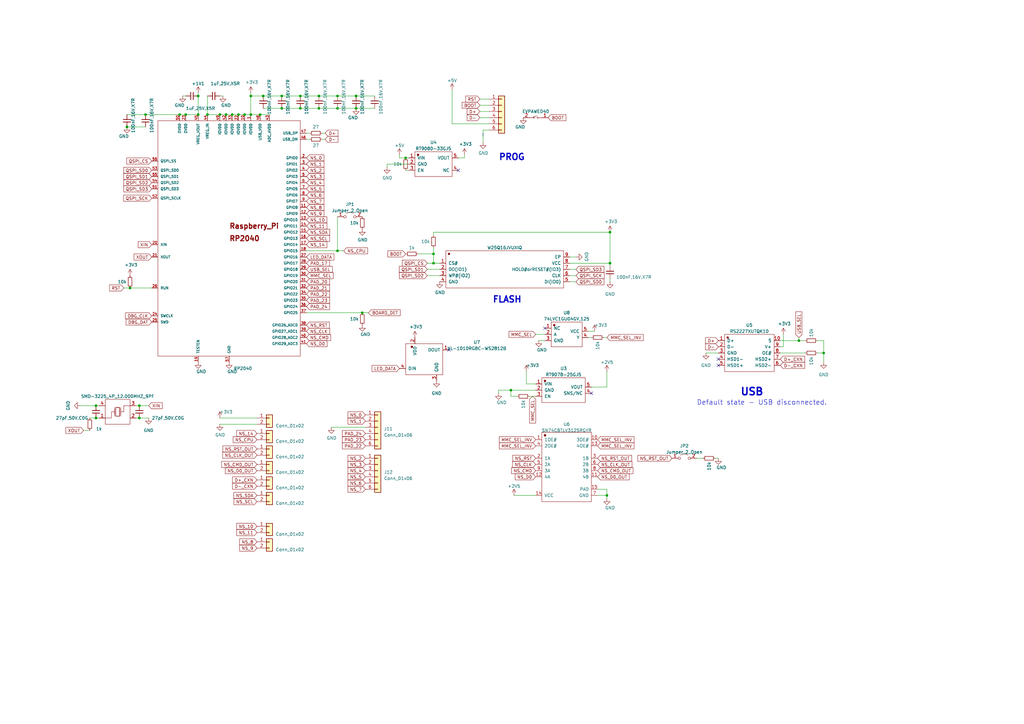
<source format=kicad_sch>
(kicad_sch (version 20230121) (generator eeschema)
  (paper "A3")
  (junction (at 107.95 39.37))
  (junction (at 130.81 39.37))
  (junction (at 57.15 166.37))
  (junction (at 138.43 44.45))
  (junction (at 327.66 139.7))
  (junction (at 106.68 46.99))
  (junction (at 166.37 64.77))
  (junction (at 76.2 46.99))
  (junction (at 59.69 46.99))
  (junction (at 337.82 144.78))
  (junction (at 52.07 52.07))
  (junction (at 115.57 39.37))
  (junction (at 123.19 39.37))
  (junction (at 39.37 166.37))
  (junction (at 250.19 107.95))
  (junction (at 102.87 46.99))
  (junction (at 90.17 46.99))
  (junction (at 138.43 102.87))
  (junction (at 81.28 46.99))
  (junction (at 57.15 171.45))
  (junction (at 115.57 44.45))
  (junction (at 81.28 39.37))
  (junction (at 92.71 46.99))
  (junction (at 138.43 39.37))
  (junction (at 97.79 46.99))
  (junction (at 250.19 95.25))
  (junction (at 73.66 46.99))
  (junction (at 209.55 160.02))
  (junction (at 53.34 118.11))
  (junction (at 146.05 44.45))
  (junction (at 148.59 128.27))
  (junction (at 177.8 104.14))
  (junction (at 85.09 46.99))
  (junction (at 123.19 44.45))
  (junction (at 177.8 107.95))
  (junction (at 130.81 44.45))
  (junction (at 39.37 171.45))
  (junction (at 102.87 39.37))
  (junction (at 248.92 203.2))
  (junction (at 100.33 46.99))
  (junction (at 95.25 46.99))
  (junction (at 146.05 39.37))
  (no_connect (at 294.64 149.86))
  (no_connect (at 242.57 161.29))
  (no_connect (at 187.96 69.85))
  (no_connect (at 184.15 143.51))
  (no_connect (at 294.64 147.32))
  (no_connect (at 223.52 134.62))
  (wire (pts (xy 85.09 46.99) (xy 90.17 46.99)))
  (wire (pts (xy 90.17 171.45) (xy 105.41 171.45)))
  (wire (pts (xy 200.66 48.26) (xy 196.85 48.26)))
  (wire (pts (xy 151.13 128.27) (xy 148.59 128.27)))
  (wire (pts (xy 245.11 200.66) (xy 248.92 200.66)))
  (wire (pts (xy 242.57 158.75) (xy 248.92 158.75)))
  (wire (pts (xy 107.95 39.37) (xy 115.57 39.37)))
  (wire (pts (xy 102.87 46.99) (xy 106.68 46.99)))
  (wire (pts (xy 60.96 166.37) (xy 57.15 166.37)))
  (wire (pts (xy 102.87 38.1) (xy 102.87 39.37)))
  (wire (pts (xy 209.55 160.02) (xy 204.47 160.02)))
  (wire (pts (xy 289.56 144.78) (xy 294.64 144.78)))
  (wire (pts (xy 59.69 46.99) (xy 73.66 46.99)))
  (wire (pts (xy 91.44 39.37) (xy 90.17 39.37)))
  (wire (pts (xy 50.8 118.11) (xy 53.34 118.11)))
  (wire (pts (xy 73.66 46.99) (xy 76.2 46.99)))
  (wire (pts (xy 97.79 46.99) (xy 100.33 46.99)))
  (wire (pts (xy 171.45 104.14) (xy 177.8 104.14)))
  (wire (pts (xy 177.8 95.25) (xy 250.19 95.25)))
  (wire (pts (xy 294.64 187.96) (xy 293.37 187.96)))
  (wire (pts (xy 166.37 69.85) (xy 167.64 69.85)))
  (wire (pts (xy 130.81 44.45) (xy 138.43 44.45)))
  (wire (pts (xy 90.17 46.99) (xy 92.71 46.99)))
  (wire (pts (xy 146.05 39.37) (xy 153.67 39.37)))
  (wire (pts (xy 327.66 138.43) (xy 327.66 139.7)))
  (wire (pts (xy 52.07 46.99) (xy 59.69 46.99)))
  (wire (pts (xy 81.28 38.1) (xy 81.28 39.37)))
  (wire (pts (xy 57.15 171.45) (xy 55.88 171.45)))
  (wire (pts (xy 166.37 64.77) (xy 163.83 64.77)))
  (wire (pts (xy 148.59 128.27) (xy 125.73 128.27)))
  (wire (pts (xy 85.09 39.37) (xy 85.09 46.99)))
  (wire (pts (xy 39.37 166.37) (xy 40.64 166.37)))
  (wire (pts (xy 245.11 203.2) (xy 248.92 203.2)))
  (polyline (pts (xy 198.12 55.88) (xy 198.12 54.61)))
  (wire (pts (xy 76.2 46.99) (xy 81.28 46.99)))
  (wire (pts (xy 60.96 171.45) (xy 57.15 171.45)))
  (wire (pts (xy 321.31 137.16) (xy 321.31 142.24)))
  (wire (pts (xy 217.17 162.56) (xy 219.71 162.56)))
  (wire (pts (xy 337.82 139.7) (xy 337.82 144.78)))
  (wire (pts (xy 335.28 144.78) (xy 337.82 144.78)))
  (wire (pts (xy 248.92 203.2) (xy 248.92 204.47)))
  (wire (pts (xy 102.87 39.37) (xy 107.95 39.37)))
  (wire (pts (xy 90.17 173.99) (xy 105.41 173.99)))
  (wire (pts (xy 248.92 158.75) (xy 248.92 152.4)))
  (wire (pts (xy 250.19 95.25) (xy 250.19 107.95)))
  (wire (pts (xy 127 57.15) (xy 125.73 57.15)))
  (wire (pts (xy 158.75 67.31) (xy 158.75 68.58)))
  (wire (pts (xy 210.82 203.2) (xy 219.71 203.2)))
  (wire (pts (xy 204.47 160.02) (xy 204.47 161.29)))
  (wire (pts (xy 243.84 135.89) (xy 241.3 135.89)))
  (wire (pts (xy 209.55 160.02) (xy 209.55 162.56)))
  (wire (pts (xy 242.57 138.43) (xy 241.3 138.43)))
  (wire (pts (xy 167.64 67.31) (xy 158.75 67.31)))
  (wire (pts (xy 190.5 64.77) (xy 190.5 63.5)))
  (wire (pts (xy 175.26 107.95) (xy 177.8 107.95)))
  (wire (pts (xy 233.68 107.95) (xy 250.19 107.95)))
  (wire (pts (xy 115.57 44.45) (xy 123.19 44.45)))
  (wire (pts (xy 167.64 64.77) (xy 166.37 64.77)))
  (wire (pts (xy 115.57 39.37) (xy 123.19 39.37)))
  (wire (pts (xy 36.83 171.45) (xy 39.37 171.45)))
  (wire (pts (xy 57.15 166.37) (xy 55.88 166.37)))
  (wire (pts (xy 248.92 138.43) (xy 247.65 138.43)))
  (wire (pts (xy 106.68 46.99) (xy 110.49 46.99)))
  (wire (pts (xy 236.22 105.41) (xy 233.68 105.41)))
  (wire (pts (xy 92.71 46.99) (xy 95.25 46.99)))
  (wire (pts (xy 52.07 52.07) (xy 59.69 52.07)))
  (wire (pts (xy 288.29 187.96) (xy 285.75 187.96)))
  (wire (pts (xy 215.9 157.48) (xy 215.9 152.4)))
  (wire (pts (xy 81.28 39.37) (xy 81.28 46.99)))
  (wire (pts (xy 219.71 157.48) (xy 215.9 157.48)))
  (wire (pts (xy 236.22 110.49) (xy 233.68 110.49)))
  (wire (pts (xy 200.66 43.18) (xy 196.85 43.18)))
  (wire (pts (xy 133.35 54.61) (xy 132.08 54.61)))
  (wire (pts (xy 177.8 104.14) (xy 177.8 107.95)))
  (wire (pts (xy 209.55 162.56) (xy 212.09 162.56)))
  (wire (pts (xy 250.19 109.22) (xy 250.19 107.95)))
  (wire (pts (xy 219.71 160.02) (xy 209.55 160.02)))
  (wire (pts (xy 74.93 39.37) (xy 76.2 39.37)))
  (wire (pts (xy 200.66 45.72) (xy 196.85 45.72)))
  (wire (pts (xy 320.04 144.78) (xy 330.2 144.78)))
  (wire (pts (xy 133.35 57.15) (xy 132.08 57.15)))
  (wire (pts (xy 198.12 58.42) (xy 198.12 53.34)))
  (wire (pts (xy 163.83 64.77) (xy 163.83 63.5)))
  (wire (pts (xy 185.42 50.8) (xy 200.66 50.8)))
  (wire (pts (xy 236.22 115.57) (xy 233.68 115.57)))
  (wire (pts (xy 200.66 40.64) (xy 196.85 40.64)))
  (wire (pts (xy 321.31 142.24) (xy 320.04 142.24)))
  (wire (pts (xy 250.19 114.3) (xy 250.19 115.57)))
  (wire (pts (xy 220.98 139.7) (xy 223.52 139.7)))
  (wire (pts (xy 320.04 139.7) (xy 327.66 139.7)))
  (wire (pts (xy 123.19 39.37) (xy 130.81 39.37)))
  (wire (pts (xy 39.37 171.45) (xy 40.64 171.45)))
  (wire (pts (xy 327.66 139.7) (xy 330.2 139.7)))
  (wire (pts (xy 138.43 88.9) (xy 138.43 102.87)))
  (wire (pts (xy 175.26 113.03) (xy 180.34 113.03)))
  (wire (pts (xy 135.89 175.26) (xy 149.86 175.26)))
  (wire (pts (xy 219.71 137.16) (xy 223.52 137.16)))
  (wire (pts (xy 33.02 166.37) (xy 39.37 166.37)))
  (wire (pts (xy 175.26 110.49) (xy 180.34 110.49)))
  (wire (pts (xy 146.05 44.45) (xy 153.67 44.45)))
  (wire (pts (xy 123.19 44.45) (xy 130.81 44.45)))
  (wire (pts (xy 337.82 144.78) (xy 337.82 148.59)))
  (wire (pts (xy 53.34 118.11) (xy 62.23 118.11)))
  (wire (pts (xy 138.43 44.45) (xy 146.05 44.45)))
  (wire (pts (xy 95.25 46.99) (xy 97.79 46.99)))
  (wire (pts (xy 130.81 39.37) (xy 138.43 39.37)))
  (wire (pts (xy 236.22 113.03) (xy 233.68 113.03)))
  (wire (pts (xy 138.43 39.37) (xy 146.05 39.37)))
  (wire (pts (xy 177.8 101.6) (xy 177.8 104.14)))
  (wire (pts (xy 187.96 64.77) (xy 190.5 64.77)))
  (wire (pts (xy 177.8 95.25) (xy 177.8 96.52)))
  (wire (pts (xy 185.42 50.8) (xy 185.42 36.83)))
  (wire (pts (xy 200.66 53.34) (xy 198.12 53.34)))
  (wire (pts (xy 335.28 139.7) (xy 337.82 139.7)))
  (wire (pts (xy 138.43 102.87) (xy 125.73 102.87)))
  (wire (pts (xy 107.95 44.45) (xy 115.57 44.45)))
  (wire (pts (xy 177.8 107.95) (xy 180.34 107.95)))
  (wire (pts (xy 100.33 46.99) (xy 102.87 46.99)))
  (wire (pts (xy 127 54.61) (xy 125.73 54.61)))
  (wire (pts (xy 102.87 39.37) (xy 102.87 46.99)))
  (wire (pts (xy 140.97 102.87) (xy 138.43 102.87)))
  (wire (pts (xy 34.29 176.53) (xy 36.83 176.53)))
  (wire (pts (xy 248.92 200.66) (xy 248.92 203.2)))
  (text "USB" (at 303.53 162.56 0) (effects (font (size 2.9972 2.9972) (thickness 0.5994) bold) (justify left bottom)))
  (text "PROG" (at 204.47 66.04 0) (effects (font (size 2.54 2.54) (thickness 0.508) bold) (justify left bottom)))
  (text "Default state - USB disconnected." (at 285.75 166.37 0) (effects (font (size 2 2)) (justify left bottom)))
  (text "FLASH" (at 201.93 124.46 0) (effects (font (size 2.54 2.54) (thickness 0.508) bold) (justify left bottom)))
  (global_label "NS_D0" (shape input) (at 219.71 195.58 180) (property "Intersheetrefs" "${INTERSHEET_REFS}" (effects hide)))
  (global_label "PAD_23" (shape input) (at 125.73 123.19 0) (property "Intersheetrefs" "${INTERSHEET_REFS}" (effects hide)))
  (global_label "NS_RST_OUT" (shape input) (at 245.11 187.96 0) (property "Intersheetrefs" "${INTERSHEET_REFS}" (effects hide)))
  (global_label "NS_1" (shape input) (at 149.86 172.72 180) (property "Intersheetrefs" "${INTERSHEET_REFS}" (effects hide)))
  (global_label "NS_CMD" (shape input) (at 219.71 193.04 180) (property "Intersheetrefs" "${INTERSHEET_REFS}" (effects hide)))
  (global_label "NS_11" (shape input) (at 125.73 92.71 0) (property "Intersheetrefs" "${INTERSHEET_REFS}" (effects hide)))
  (global_label "NS_1" (shape input) (at 125.73 67.31 0) (property "Intersheetrefs" "${INTERSHEET_REFS}" (effects hide)))
  (global_label "NS_10" (shape input) (at 105.41 215.9 180) (property "Intersheetrefs" "${INTERSHEET_REFS}" (effects hide)))
  (global_label "NS_CMD" (shape input) (at 125.73 138.43 0) (property "Intersheetrefs" "${INTERSHEET_REFS}" (effects hide)))
  (global_label "DBG_DAT" (shape input) (at 62.23 132.08 180) (property "Intersheetrefs" "${INTERSHEET_REFS}" (effects hide)))
  (global_label "DBG_CLK" (shape input) (at 62.23 129.54 180) (property "Intersheetrefs" "${INTERSHEET_REFS}" (effects hide)))
  (global_label "NS_CLK_OUT" (shape input) (at 245.11 190.5 0) (property "Intersheetrefs" "${INTERSHEET_REFS}" (effects hide)))
  (global_label "QSPI_SD0" (shape input) (at 62.23 69.85 180) (property "Intersheetrefs" "${INTERSHEET_REFS}" (effects hide)))
  (global_label "NS_4" (shape input) (at 149.86 193.04 180) (property "Intersheetrefs" "${INTERSHEET_REFS}" (effects hide)))
  (global_label "MMC_SEL" (shape input) (at 219.71 137.16 180) (property "Intersheetrefs" "${INTERSHEET_REFS}" (effects hide)))
  (global_label "NS_CLK" (shape input) (at 125.73 135.89 0) (property "Intersheetrefs" "${INTERSHEET_REFS}" (effects hide)))
  (global_label "QSPI_CS" (shape input) (at 175.26 107.95 180) (property "Intersheetrefs" "${INTERSHEET_REFS}" (effects hide)))
  (global_label "MMC_SEL" (shape input) (at 218.44 162.56 270) (property "Intersheetrefs" "${INTERSHEET_REFS}" (effects hide)))
  (global_label "NS_SCL" (shape input) (at 125.73 97.79 0) (property "Intersheetrefs" "${INTERSHEET_REFS}" (effects hide)))
  (global_label "QSPI_SD2" (shape input) (at 175.26 113.03 180) (property "Intersheetrefs" "${INTERSHEET_REFS}" (effects hide)))
  (global_label "NS_8" (shape input) (at 105.41 222.25 180) (property "Intersheetrefs" "${INTERSHEET_REFS}" (effects hide)))
  (global_label "D+" (shape input) (at 133.35 54.61 0) (property "Intersheetrefs" "${INTERSHEET_REFS}" (effects hide)))
  (global_label "PAD_20" (shape input) (at 125.73 115.57 0) (property "Intersheetrefs" "${INTERSHEET_REFS}" (effects hide)))
  (global_label "NS_0" (shape input) (at 149.86 170.18 180) (property "Intersheetrefs" "${INTERSHEET_REFS}" (effects hide)))
  (global_label "NS_9" (shape input) (at 125.73 87.63 0) (property "Intersheetrefs" "${INTERSHEET_REFS}" (effects hide)))
  (global_label "XOUT" (shape input) (at 34.29 176.53 180) (property "Intersheetrefs" "${INTERSHEET_REFS}" (effects hide)))
  (global_label "D-_CXN" (shape input) (at 105.41 199.39 180) (property "Intersheetrefs" "${INTERSHEET_REFS}" (effects hide)))
  (global_label "NS_CLK_OUT" (shape input) (at 105.41 186.69 180) (property "Intersheetrefs" "${INTERSHEET_REFS}" (effects hide)))
  (global_label "LED_DATA" (shape input) (at 163.83 151.13 180) (property "Intersheetrefs" "${INTERSHEET_REFS}" (effects hide)))
  (global_label "NS_SDA" (shape input) (at 105.41 203.2 180) (property "Intersheetrefs" "${INTERSHEET_REFS}" (effects hide)))
  (global_label "RST" (shape input) (at 50.8 118.11 180) (property "Intersheetrefs" "${INTERSHEET_REFS}" (effects hide)))
  (global_label "NS_CPU" (shape input) (at 105.41 180.34 180) (property "Intersheetrefs" "${INTERSHEET_REFS}" (effects hide)))
  (global_label "QSPI_SD0" (shape input) (at 236.22 115.57 0) (property "Intersheetrefs" "${INTERSHEET_REFS}" (effects hide)))
  (global_label "NS_RST" (shape input) (at 125.73 133.35 0) (property "Intersheetrefs" "${INTERSHEET_REFS}" (effects hide)))
  (global_label "QSPI_SD1" (shape input) (at 62.23 72.39 180) (property "Intersheetrefs" "${INTERSHEET_REFS}" (effects hide)))
  (global_label "QSPI_SD3" (shape input) (at 62.23 77.47 180) (property "Intersheetrefs" "${INTERSHEET_REFS}" (effects hide)))
  (global_label "PAD_22" (shape input) (at 125.73 120.65 0) (property "Intersheetrefs" "${INTERSHEET_REFS}" (effects hide)))
  (global_label "NS_7" (shape input) (at 125.73 82.55 0) (property "Intersheetrefs" "${INTERSHEET_REFS}" (effects hide)))
  (global_label "MMC_SEL_INV" (shape input) (at 245.11 182.88 0) (property "Intersheetrefs" "${INTERSHEET_REFS}" (effects hide)))
  (global_label "QSPI_SD2" (shape input) (at 62.23 74.93 180) (property "Intersheetrefs" "${INTERSHEET_REFS}" (effects hide)))
  (global_label "QSPI_SCK" (shape input) (at 62.23 81.28 180) (property "Intersheetrefs" "${INTERSHEET_REFS}" (effects hide)))
  (global_label "MMC_SEL_INV" (shape input) (at 248.92 138.43 0) (property "Intersheetrefs" "${INTERSHEET_REFS}" (effects hide)))
  (global_label "NS_RST_OUT" (shape input) (at 275.59 187.96 180) (property "Intersheetrefs" "${INTERSHEET_REFS}" (effects hide)))
  (global_label "QSPI_SD3" (shape input) (at 236.22 110.49 0) (property "Intersheetrefs" "${INTERSHEET_REFS}" (effects hide)))
  (global_label "NS_RST" (shape input) (at 219.71 187.96 180) (property "Intersheetrefs" "${INTERSHEET_REFS}" (effects hide)))
  (global_label "USB_SEL" (shape input) (at 327.66 138.43 90) (property "Intersheetrefs" "${INTERSHEET_REFS}" (effects hide)))
  (global_label "QSPI_SD1" (shape input) (at 175.26 110.49 180) (property "Intersheetrefs" "${INTERSHEET_REFS}" (effects hide)))
  (global_label "NS_6" (shape input) (at 149.86 198.12 180) (property "Intersheetrefs" "${INTERSHEET_REFS}" (effects hide)))
  (global_label "NS_5" (shape input) (at 125.73 77.47 0) (property "Intersheetrefs" "${INTERSHEET_REFS}" (effects hide)))
  (global_label "MMC_SEL_INV" (shape input) (at 219.71 180.34 180) (property "Intersheetrefs" "${INTERSHEET_REFS}" (effects hide)))
  (global_label "NS_8" (shape input) (at 125.73 85.09 0) (property "Intersheetrefs" "${INTERSHEET_REFS}" (effects hide)))
  (global_label "D-" (shape input) (at 294.64 142.24 180) (property "Intersheetrefs" "${INTERSHEET_REFS}" (effects hide)))
  (global_label "NS_SCL" (shape input) (at 105.41 205.74 180) (property "Intersheetrefs" "${INTERSHEET_REFS}" (effects hide)))
  (global_label "NS_10" (shape input) (at 125.73 90.17 0) (property "Intersheetrefs" "${INTERSHEET_REFS}" (effects hide)))
  (global_label "NS_14" (shape input) (at 105.41 177.8 180) (property "Intersheetrefs" "${INTERSHEET_REFS}" (effects hide)))
  (global_label "D-_CXN" (shape input) (at 320.04 149.86 0) (property "Intersheetrefs" "${INTERSHEET_REFS}" (effects hide)))
  (global_label "NS_3" (shape input) (at 149.86 190.5 180) (property "Intersheetrefs" "${INTERSHEET_REFS}" (effects hide)))
  (global_label "NS_4" (shape input) (at 125.73 74.93 0) (property "Intersheetrefs" "${INTERSHEET_REFS}" (effects hide)))
  (global_label "MMC_SEL_INV" (shape input) (at 245.11 180.34 0) (property "Intersheetrefs" "${INTERSHEET_REFS}" (effects hide)))
  (global_label "BOOT" (shape input) (at 196.85 43.18 180) (property "Intersheetrefs" "${INTERSHEET_REFS}" (effects hide)))
  (global_label "NS_D0_OUT" (shape input) (at 245.11 195.58 0) (property "Intersheetrefs" "${INTERSHEET_REFS}" (effects hide)))
  (global_label "NS_CMD_OUT" (shape input) (at 105.41 190.5 180) (property "Intersheetrefs" "${INTERSHEET_REFS}" (effects hide)))
  (global_label "NS_2" (shape input) (at 125.73 69.85 0) (property "Intersheetrefs" "${INTERSHEET_REFS}" (effects hide)))
  (global_label "PAD_24" (shape input) (at 149.86 177.8 180) (property "Intersheetrefs" "${INTERSHEET_REFS}" (effects hide)))
  (global_label "NS_6" (shape input) (at 125.73 80.01 0) (property "Intersheetrefs" "${INTERSHEET_REFS}" (effects hide)))
  (global_label "PAD_17" (shape input) (at 125.73 107.95 0) (property "Intersheetrefs" "${INTERSHEET_REFS}" (effects hide)))
  (global_label "NS_5" (shape input) (at 149.86 195.58 180) (property "Intersheetrefs" "${INTERSHEET_REFS}" (effects hide)))
  (global_label "NS_11" (shape input) (at 105.41 218.44 180) (property "Intersheetrefs" "${INTERSHEET_REFS}" (effects hide)))
  (global_label "USB_SEL" (shape input) (at 125.73 110.49 0) (property "Intersheetrefs" "${INTERSHEET_REFS}" (effects hide)))
  (global_label "BOOT" (shape input) (at 166.37 104.14 180) (property "Intersheetrefs" "${INTERSHEET_REFS}" (effects hide)))
  (global_label "PAD_22" (shape input) (at 149.86 182.88 180) (property "Intersheetrefs" "${INTERSHEET_REFS}" (effects hide)))
  (global_label "LED_DATA" (shape input) (at 125.73 105.41 0) (property "Intersheetrefs" "${INTERSHEET_REFS}" (effects hide)))
  (global_label "PAD_23" (shape input) (at 149.86 180.34 180) (property "Intersheetrefs" "${INTERSHEET_REFS}" (effects hide)))
  (global_label "QSPI_CS" (shape input) (at 62.23 66.04 180) (property "Intersheetrefs" "${INTERSHEET_REFS}" (effects hide)))
  (global_label "NS_D0_OUT" (shape input) (at 105.41 193.04 180) (property "Intersheetrefs" "${INTERSHEET_REFS}" (effects hide)))
  (global_label "RST" (shape input) (at 196.85 40.64 180) (property "Intersheetrefs" "${INTERSHEET_REFS}" (effects hide)))
  (global_label "PAD_21" (shape input) (at 125.73 118.11 0) (property "Intersheetrefs" "${INTERSHEET_REFS}" (effects hide)))
  (global_label "XIN" (shape input) (at 62.23 100.33 180) (property "Intersheetrefs" "${INTERSHEET_REFS}" (effects hide)))
  (global_label "D+_CXN" (shape input) (at 105.41 196.85 180) (property "Intersheetrefs" "${INTERSHEET_REFS}" (effects hide)))
  (global_label "D+" (shape input) (at 294.64 139.7 180) (property "Intersheetrefs" "${INTERSHEET_REFS}" (effects hide)))
  (global_label "NS_SDA" (shape input) (at 125.73 95.25 0) (property "Intersheetrefs" "${INTERSHEET_REFS}" (effects hide)))
  (global_label "NS_3" (shape input) (at 125.73 72.39 0) (property "Intersheetrefs" "${INTERSHEET_REFS}" (effects hide)))
  (global_label "NS_D0" (shape input) (at 125.73 140.97 0) (property "Intersheetrefs" "${INTERSHEET_REFS}" (effects hide)))
  (global_label "XIN" (shape input) (at 60.96 166.37 0) (property "Intersheetrefs" "${INTERSHEET_REFS}" (effects hide)))
  (global_label "NS_RST_OUT" (shape input) (at 105.41 184.15 180) (property "Intersheetrefs" "${INTERSHEET_REFS}" (effects hide)))
  (global_label "MMC_SEL" (shape input) (at 125.73 113.03 0) (property "Intersheetrefs" "${INTERSHEET_REFS}" (effects hide)))
  (global_label "PAD_24" (shape input) (at 125.73 125.73 0) (property "Intersheetrefs" "${INTERSHEET_REFS}" (effects hide)))
  (global_label "D+" (shape input) (at 196.85 45.72 180) (property "Intersheetrefs" "${INTERSHEET_REFS}" (effects hide)))
  (global_label "D-" (shape input) (at 196.85 48.26 180) (property "Intersheetrefs" "${INTERSHEET_REFS}" (effects hide)))
  (global_label "NS_0" (shape input) (at 125.73 64.77 0) (property "Intersheetrefs" "${INTERSHEET_REFS}" (effects hide)))
  (global_label "D+_CXN" (shape input) (at 320.04 147.32 0) (property "Intersheetrefs" "${INTERSHEET_REFS}" (effects hide)))
  (global_label "XOUT" (shape input) (at 62.23 105.41 180) (property "Intersheetrefs" "${INTERSHEET_REFS}" (effects hide)))
  (global_label "NS_14" (shape input) (at 125.73 100.33 0) (property "Intersheetrefs" "${INTERSHEET_REFS}" (effects hide)))
  (global_label "QSPI_SCK" (shape input) (at 236.22 113.03 0) (property "Intersheetrefs" "${INTERSHEET_REFS}" (effects hide)))
  (global_label "NS_CPU" (shape input) (at 140.97 102.87 0) (property "Intersheetrefs" "${INTERSHEET_REFS}" (effects hide)))
  (global_label "BOARD_DET" (shape input) (at 151.13 128.27 0) (property "Intersheetrefs" "${INTERSHEET_REFS}" (effects hide)))
  (global_label "NS_9" (shape input) (at 105.41 224.79 180) (property "Intersheetrefs" "${INTERSHEET_REFS}" (effects hide)))
  (global_label "NS_CLK" (shape input) (at 219.71 190.5 180) (property "Intersheetrefs" "${INTERSHEET_REFS}" (effects hide)))
  (global_label "MMC_SEL_INV" (shape input) (at 219.71 182.88 180) (property "Intersheetrefs" "${INTERSHEET_REFS}" (effects hide)))
  (global_label "BOOT" (shape input) (at 224.79 48.26 0) (property "Intersheetrefs" "${INTERSHEET_REFS}" (effects hide)))
  (global_label "NS_CMD_OUT" (shape input) (at 245.11 193.04 0) (property "Intersheetrefs" "${INTERSHEET_REFS}" (effects hide)))
  (global_label "NS_7" (shape input) (at 149.86 200.66 180) (property "Intersheetrefs" "${INTERSHEET_REFS}" (effects hide)))
  (global_label "D-" (shape input) (at 133.35 57.15 0) (property "Intersheetrefs" "${INTERSHEET_REFS}" (effects hide)))
  (global_label "NS_2" (shape input) (at 149.86 187.96 180) (property "Intersheetrefs" "${INTERSHEET_REFS}" (effects hide)))
  (symbol (lib_id "Connector_Generic:Conn_01x02") (at 110.49 190.5 0) (unit 1) (in_bom no)
    (property "Reference" "J4" (effects hide))
    (property "Value" "Conn_01x02" (at 113.03 193.675 0) (effects (justify left)))
    (property "Footprint" "kicad_lceda:TH_Pads_1x02_P1.50mml" (effects hide))
  )
  (symbol (lib_id "jlcpcb-basic-resistor-0402:10k") (at 214.63 162.56 90) (unit 1)
    (property "Reference" "R15" (effects hide))
    (property "Value" "10k" (at 214.63 167.64 0) (effects (justify left)))
    (property "Footprint" "R_0402_1005Metric" (effects hide))
    (property "Datasheet" "https://datasheet.lcsc.com/lcsc/2110260030_UNI-ROYAL-Uniroyal-Elec-0402WGF1002TCE_C25744.pdf" (effects hide))
    (property "LCSC" "C25744" (effects hide))
    (property "MFG" "UNI-ROYAL(Uniroyal Elec)" (effects hide))
    (property "MFGPN" "0402WGF1002TCE" (effects hide))
  )
  (symbol (lib_id "jlcpcb-basic-resistor-0402:27k") (at 129.54 54.61 90) (unit 1)
    (property "Reference" "R3" (effects hide))
    (property "Value" "27" (at 129.54 52.07 90))
    (property "Footprint" "R_0402_1005Metric" (effects hide))
    (property "LCSC" "C25100" (effects hide))
    (property "MFG" "UniOhm" (effects hide))
    (property "MFGPN" "0402WGF270JTCE" (effects hide))
  )
  (symbol (lib_id "power:GND") (at 135.89 175.26 0) (unit 1)
    (property "Reference" "#PWR039" (effects hide))
    (property "Value" "GND" (at 136.017 179.6542 0))
  )
  (symbol (lib_id "kicad_lceda:RT9080-33GJ5") (at 177.8 67.31 0) (unit 1)
    (property "Reference" "U4" (at 177.8 58.42 0))
    (property "Value" "RT9080-33GJ5" (at 177.8 60.96 0))
    (property "Footprint" "kicad_lceda:TSOT-23-5_L2.9-W1.6-P0.95-LS2.8-BL" (effects hide))
    (property "Datasheet" "http://www.szlcsc.com/product/details_897967.html" (effects hide))
    (property "SuppliersPartNumber" "C841192" (effects hide))
    (property "uuid" "std:9938d187a217410b9da3aa34461b4a4d" (effects hide))
    (property "LCSC" "C841192" (effects hide))
  )
  (symbol (lib_id "jlcpcb-basic-capacitor-0402:100nF,16V,X7R ") (at 52.07 49.53 0) (unit 1)
    (property "Reference" "C2" (effects hide))
    (property "Value" "100nF,16V,X7R " (at 54.61 54.61 90) (effects (justify left)))
    (property "Footprint" "C_0402_1005Metric" (effects hide))
    (property "Datasheet" "https://datasheet.lcsc.com/lcsc/1810191219_Samsung-Electro-Mechanics-CL05B104KO5NNNC_C1525.pdf" (effects hide))
    (property "LCSC" "C1525" (effects hide))
    (property "MFG" "Samsung Electro-Mechanics" (effects hide))
    (property "MFGPN" "CL05B104KO5NNNC" (effects hide))
  )
  (symbol (lib_id "jlcpcb-basic-capacitor-0402:100nF,16V,X7R ") (at 59.69 49.53 0) (unit 1)
    (property "Reference" "C4" (effects hide))
    (property "Value" "100nF,16V,X7R " (at 62.23 54.61 90) (effects (justify left)))
    (property "Footprint" "C_0402_1005Metric" (effects hide))
    (property "Datasheet" "https://datasheet.lcsc.com/lcsc/1810191219_Samsung-Electro-Mechanics-CL05B104KO5NNNC_C1525.pdf" (effects hide))
    (property "LCSC" "C1525" (effects hide))
    (property "MFG" "Samsung Electro-Mechanics" (effects hide))
    (property "MFGPN" "CL05B104KO5NNNC" (effects hide))
  )
  (symbol (lib_id "kicad_lceda:RP2040") (at 93.98 100.33 0) (unit 1)
    (property "Reference" "U1" (effects hide))
    (property "Value" "RP2040" (at 95.8216 151.13 0) (effects (justify left)))
    (property "Footprint" "kicad_lceda:LQFN-56_L7.0-W7.0-P0.4-EP" (effects hide))
    (property "SuppliersPartNumber" "C2040" (effects hide))
    (property "uuid" "std:c2754a5dac404cb1b757213b56759c67" (effects hide))
    (property "LCSC" "C2040" (effects hide))
  )
  (symbol (lib_id "jlcpcb-basic-resistor-0402:10k") (at 166.37 67.31 0) (unit 1)
    (property "Reference" "R8" (effects hide))
    (property "Value" "10k" (at 161.29 67.31 0) (effects (justify left)))
    (property "Footprint" "R_0402_1005Metric" (effects hide))
    (property "Datasheet" "https://datasheet.lcsc.com/lcsc/2110260030_UNI-ROYAL-Uniroyal-Elec-0402WGF1002TCE_C25744.pdf" (effects hide))
    (property "LCSC" "C25744" (effects hide))
    (property "MFG" "UNI-ROYAL(Uniroyal Elec)" (effects hide))
    (property "MFGPN" "0402WGF1002TCE" (effects hide))
  )
  (symbol (lib_id "power:GND") (at 74.93 39.37 0) (unit 1)
    (property "Reference" "#PWR05" (effects hide))
    (property "Value" "GND" (at 73.66 43.18 0))
  )
  (symbol (lib_id "jlcpcb-basic-resistor-0402:1k") (at 168.91 104.14 90) (unit 1)
    (property "Reference" "R5" (effects hide))
    (property "Value" "1k" (at 168.91 101.6 90))
    (property "Footprint" "R_0402_1005Metric" (effects hide))
    (property "Datasheet" "https://datasheet.lcsc.com/lcsc/2110251730_UNI-ROYAL-Uniroyal-Elec-0402WGF1001TCE_C11702.pdf" (effects hide))
    (property "LCSC" "C11702" (effects hide))
    (property "MFG" "UNI-ROYAL(Uniroyal Elec)" (effects hide))
    (property "MFGPN" "0402WGF1001TCE" (effects hide))
  )
  (symbol (lib_id "kicad_lceda:EVPAWED40") (at 219.71 48.26 0) (mirror y) (unit 1)
    (property "Reference" "SW1" (effects hide))
    (property "Value" "EVPAWED40" (at 219.71 45.72 0))
    (property "Footprint" "kicad_lceda:KEY-SMD_L3.0-W2.0-LS3.5" (effects hide))
    (property "SuppliersPartNumber" "C2858607" (effects hide))
    (property "uuid" "std:b3d2281db68646f2b0685a65c68733f5" (effects hide))
    (property "LCSC" "C2858607" (effects hide))
  )
  (symbol (lib_id "power:GND") (at 250.19 115.57 0) (unit 1)
    (property "Reference" "#PWR020" (effects hide))
    (property "Value" "GND" (at 250.19 120.65 0))
  )
  (symbol (lib_id "jlcpcb-basic-resistor-0402:10k") (at 177.8 99.06 0) (unit 1)
    (property "Reference" "R6" (effects hide))
    (property "Value" "10k" (at 172.72 99.06 0) (effects (justify left)))
    (property "Footprint" "R_0402_1005Metric" (effects hide))
    (property "Datasheet" "https://datasheet.lcsc.com/lcsc/2110260030_UNI-ROYAL-Uniroyal-Elec-0402WGF1002TCE_C25744.pdf" (effects hide))
    (property "LCSC" "C25744" (effects hide))
    (property "MFG" "UNI-ROYAL(Uniroyal Elec)" (effects hide))
    (property "MFGPN" "0402WGF1002TCE" (effects hide))
  )
  (symbol (lib_id "power:GND") (at 220.98 139.7 0) (unit 1)
    (property "Reference" "#PWR029" (effects hide))
    (property "Value" "GND" (at 222.25 143.51 0))
  )
  (symbol (lib_id "Connector_Generic:Conn_01x06") (at 154.94 193.04 0) (unit 1)
    (property "Reference" "J12" (at 157.48 193.675 0) (effects (justify left)))
    (property "Value" "Conn_01x06" (at 157.48 196.215 0) (effects (justify left)))
    (property "Footprint" "kicad_lceda:Pad_6Pin" (effects hide))
  )
  (symbol (lib_id "jlcpcb-basic-resistor-0402:10k") (at 53.34 115.57 0) (unit 1)
    (property "Reference" "R2" (effects hide))
    (property "Value" "10k" (at 48.26 115.57 0) (effects (justify left)))
    (property "Footprint" "R_0402_1005Metric" (effects hide))
    (property "Datasheet" "https://datasheet.lcsc.com/lcsc/2110260030_UNI-ROYAL-Uniroyal-Elec-0402WGF1002TCE_C25744.pdf" (effects hide))
    (property "LCSC" "C25744" (effects hide))
    (property "MFG" "UNI-ROYAL(Uniroyal Elec)" (effects hide))
    (property "MFGPN" "0402WGF1002TCE" (effects hide))
  )
  (symbol (lib_id "kicad_lceda:SN74CBTLV3125RGYR") (at 232.41 191.77 0) (unit 1)
    (property "Reference" "U6" (at 232.41 173.99 0))
    (property "Value" "SN74CBTLV3125RGYR" (at 232.41 176.53 0))
    (property "Footprint" "kicad_lceda:VQFN-14_L3.5-W3.5-P0.50-BL-EP" (effects hide))
    (property "Datasheet" "http://www.szlcsc.com/product/details_145247.html" (effects hide))
    (property "SuppliersPartNumber" "C133940" (effects hide))
    (property "uuid" "std:f45e4aaac2994d2ebd08f9c8ae538bfd" (effects hide))
    (property "LCSC" "C133940" (effects hide))
  )
  (symbol (lib_id "power:+3V3") (at 53.34 113.03 0) (unit 1)
    (property "Reference" "#PWR03" (effects hide))
    (property "Value" "+3V3" (at 53.721 108.6358 0))
  )
  (symbol (lib_id "power:GND") (at 180.34 115.57 0) (unit 1)
    (property "Reference" "#PWR015" (effects hide))
    (property "Value" "GND" (at 180.467 119.9642 0))
  )
  (symbol (lib_id "power:GND") (at 52.07 52.07 0) (unit 1)
    (property "Reference" "#PWR02" (effects hide))
    (property "Value" "GND" (at 50.8 55.88 0))
  )
  (symbol (lib_id "power:+3V3") (at 90.17 171.45 0) (unit 1)
    (property "Reference" "#PWR012" (effects hide))
    (property "Value" "+3V3" (at 92.71 168.91 0))
  )
  (symbol (lib_id "Connector_Generic:Conn_01x02") (at 110.49 184.15 0) (unit 1) (in_bom no)
    (property "Reference" "J3" (effects hide))
    (property "Value" "Conn_01x02" (at 113.03 187.325 0) (effects (justify left)))
    (property "Footprint" "kicad_lceda:TH_Pads_1x02_P1.50mml" (effects hide))
  )
  (symbol (lib_id "kicad_lceda:W25Q16JVUXIQ") (at 207.01 111.76 0) (unit 1)
    (property "Reference" "U2" (effects hide))
    (property "Value" "W25Q16JVUXIQ" (at 207.01 101.6 0))
    (property "Footprint" "kicad_lceda:USON-8_L3.0-W2.0-P0.50-BL-EP" (effects hide))
    (property "SuppliersPartNumber" "C2843335" (effects hide))
    (property "uuid" "std:66ae94394ed740d3b0137599308f54a6" (effects hide))
    (property "LCSC" "C2843335" (effects hide))
  )
  (symbol (lib_id "jlcpcb-basic-capacitor-0402:100nF,16V,X7R ") (at 138.43 41.91 0) (unit 1)
    (property "Reference" "C11" (effects hide))
    (property "Value" "100nF,16V,X7R " (at 140.97 46.99 90) (effects (justify left)))
    (property "Footprint" "C_0402_1005Metric" (effects hide))
    (property "Datasheet" "https://datasheet.lcsc.com/lcsc/1810191219_Samsung-Electro-Mechanics-CL05B104KO5NNNC_C1525.pdf" (effects hide))
    (property "LCSC" "C1525" (effects hide))
    (property "MFG" "Samsung Electro-Mechanics" (effects hide))
    (property "MFGPN" "CL05B104KO5NNNC" (effects hide))
  )
  (symbol (lib_id "jlcpcb-basic-capacitor-0402:100nF,16V,X7R ") (at 115.57 41.91 0) (unit 1)
    (property "Reference" "C8" (effects hide))
    (property "Value" "100nF,16V,X7R " (at 118.11 46.99 90) (effects (justify left)))
    (property "Footprint" "C_0402_1005Metric" (effects hide))
    (property "Datasheet" "https://datasheet.lcsc.com/lcsc/1810191219_Samsung-Electro-Mechanics-CL05B104KO5NNNC_C1525.pdf" (effects hide))
    (property "LCSC" "C1525" (effects hide))
    (property "MFG" "Samsung Electro-Mechanics" (effects hide))
    (property "MFGPN" "CL05B104KO5NNNC" (effects hide))
  )
  (symbol (lib_id "power:+3V3") (at 102.87 38.1 0) (unit 1)
    (property "Reference" "#PWR010" (effects hide))
    (property "Value" "+3V3" (at 103.251 33.7058 0))
  )
  (symbol (lib_id "jlcpcb-basic-resistor-0402:10k") (at 290.83 187.96 90) (unit 1)
    (property "Reference" "R9" (effects hide))
    (property "Value" "10k" (at 290.83 193.04 0) (effects (justify left)))
    (property "Footprint" "R_0402_1005Metric" (effects hide))
    (property "Datasheet" "https://datasheet.lcsc.com/lcsc/2110260030_UNI-ROYAL-Uniroyal-Elec-0402WGF1002TCE_C25744.pdf" (effects hide))
    (property "LCSC" "C25744" (effects hide))
    (property "MFG" "UNI-ROYAL(Uniroyal Elec)" (effects hide))
    (property "MFGPN" "0402WGF1002TCE" (effects hide))
  )
  (symbol (lib_id "jlcpcb-basic-resistor-0402:10k") (at 148.59 91.44 0) (unit 1)
    (property "Reference" "R12" (effects hide))
    (property "Value" "10k" (at 143.51 91.44 0) (effects (justify left)))
    (property "Footprint" "R_0402_1005Metric" (effects hide))
    (property "Datasheet" "https://datasheet.lcsc.com/lcsc/2110260030_UNI-ROYAL-Uniroyal-Elec-0402WGF1002TCE_C25744.pdf" (effects hide))
    (property "LCSC" "C25744" (effects hide))
    (property "MFG" "UNI-ROYAL(Uniroyal Elec)" (effects hide))
    (property "MFGPN" "0402WGF1002TCE" (effects hide))
  )
  (symbol (lib_id "power:+3V3") (at 321.31 137.16 0) (unit 1)
    (property "Reference" "#PWR033" (effects hide))
    (property "Value" "+3V3" (at 321.691 132.7658 0))
  )
  (symbol (lib_id "Connector_Generic:Conn_01x02") (at 110.49 171.45 0) (unit 1) (in_bom no)
    (property "Reference" "J1" (effects hide))
    (property "Value" "Conn_01x02" (at 113.03 174.625 0) (effects (justify left)))
    (property "Footprint" "kicad_lceda:TH_Pads_1x02_P1.50mml" (effects hide))
  )
  (symbol (lib_id "power:+3V3") (at 250.19 95.25 0) (unit 1)
    (property "Reference" "#PWR019" (effects hide))
    (property "Value" "+3V3" (at 250.571 90.8558 0))
  )
  (symbol (lib_id "power:GND") (at 60.96 171.45 0) (unit 1)
    (property "Reference" "#PWR04" (effects hide))
    (property "Value" "GND" (at 60.96 176.53 0))
  )
  (symbol (lib_id "power:GND") (at 93.98 148.59 0) (unit 1)
    (property "Reference" "#PWR09" (effects hide))
    (property "Value" "GND" (at 95.25 152.4 0))
  )
  (symbol (lib_id "power:GND") (at 337.82 148.59 0) (unit 1)
    (property "Reference" "#PWR032" (effects hide))
    (property "Value" "GND" (at 337.82 153.67 0))
  )
  (symbol (lib_id "Connector_Generic:Conn_01x06") (at 154.94 175.26 0) (unit 1)
    (property "Reference" "J11" (at 157.48 175.895 0) (effects (justify left)))
    (property "Value" "Conn_01x06" (at 157.48 178.435 0) (effects (justify left)))
    (property "Footprint" "kicad_lceda:Pad_6Pin" (effects hide))
  )
  (symbol (lib_id "Jumper:Jumper_2_Open") (at 143.51 88.9 0) (unit 1)
    (property "Reference" "JP1" (at 143.51 83.82 0))
    (property "Value" "Jumper_2_Open" (at 143.51 86.36 0))
    (property "Footprint" "kicad_lceda:SolderJumper-2_P1.3mm_Open_TrianglePad1.0x1.5mm_Sm" (effects hide))
  )
  (symbol (lib_id "jlcpcb-basic-capacitor-0402:100nF,16V,X7R ") (at 107.95 41.91 0) (unit 1)
    (property "Reference" "C7" (effects hide))
    (property "Value" "100nF,16V,X7R " (at 110.49 46.99 90) (effects (justify left)))
    (property "Footprint" "C_0402_1005Metric" (effects hide))
    (property "Datasheet" "https://datasheet.lcsc.com/lcsc/1810191219_Samsung-Electro-Mechanics-CL05B104KO5NNNC_C1525.pdf" (effects hide))
    (property "LCSC" "C1525" (effects hide))
    (property "MFG" "Samsung Electro-Mechanics" (effects hide))
    (property "MFGPN" "CL05B104KO5NNNC" (effects hide))
  )
  (symbol (lib_id "power:GND") (at 158.75 68.58 0) (unit 1)
    (property "Reference" "#PWR036" (effects hide))
    (property "Value" "GND" (at 158.877 72.9742 0))
  )
  (symbol (lib_id "Connector_Generic:Conn_01x06") (at 205.74 45.72 0) (unit 1)
    (property "Reference" "J8" (effects hide))
    (property "Value" "Conn_01x06" (effects hide))
    (property "Footprint" "kicad_lceda:ProgPins_1x06_P1.27mm" (effects hide))
  )
  (symbol (lib_id "power:GND") (at 91.44 39.37 0) (unit 1)
    (property "Reference" "#PWR08" (effects hide))
    (property "Value" "GND" (at 92.71 43.18 0))
  )
  (symbol (lib_id "jlcpcb-basic-capacitor-0402:100nF,16V,X7R ") (at 146.05 41.91 0) (unit 1)
    (property "Reference" "C12" (effects hide))
    (property "Value" "100nF,16V,X7R " (at 148.59 46.99 90) (effects (justify left)))
    (property "Footprint" "C_0402_1005Metric" (effects hide))
    (property "Datasheet" "https://datasheet.lcsc.com/lcsc/1810191219_Samsung-Electro-Mechanics-CL05B104KO5NNNC_C1525.pdf" (effects hide))
    (property "LCSC" "C1525" (effects hide))
    (property "MFG" "Samsung Electro-Mechanics" (effects hide))
    (property "MFGPN" "CL05B104KO5NNNC" (effects hide))
  )
  (symbol (lib_id "power:+2V5") (at 248.92 152.4 0) (unit 1)
    (property "Reference" "#PWR027" (effects hide))
    (property "Value" "+2V5" (at 248.92 148.59 0))
  )
  (symbol (lib_id "power:GND") (at 81.28 148.59 0) (unit 1)
    (property "Reference" "#PWR07" (effects hide))
    (property "Value" "GND" (at 82.55 152.4 0))
  )
  (symbol (lib_id "power:GND") (at 146.05 44.45 0) (unit 1)
    (property "Reference" "#PWR011" (effects hide))
    (property "Value" "GND" (at 144.78 48.26 0))
  )
  (symbol (lib_id "jlcpcb-basic-resistor-0402:10k") (at 245.11 138.43 90) (unit 1)
    (property "Reference" "R16" (effects hide))
    (property "Value" "10k" (at 245.11 143.51 0) (effects (justify left)))
    (property "Footprint" "R_0402_1005Metric" (effects hide))
    (property "Datasheet" "https://datasheet.lcsc.com/lcsc/2110260030_UNI-ROYAL-Uniroyal-Elec-0402WGF1002TCE_C25744.pdf" (effects hide))
    (property "LCSC" "C25744" (effects hide))
    (property "MFG" "UNI-ROYAL(Uniroyal Elec)" (effects hide))
    (property "MFGPN" "0402WGF1002TCE" (effects hide))
  )
  (symbol (lib_id "power:+3V3") (at 243.84 135.89 0) (unit 1)
    (property "Reference" "#PWR038" (effects hide))
    (property "Value" "+3V3" (at 246.38 133.35 0))
  )
  (symbol (lib_id "Connector_Generic:Conn_01x02") (at 110.49 203.2 0) (unit 1) (in_bom no)
    (property "Reference" "J6" (effects hide))
    (property "Value" "Conn_01x02" (at 113.03 206.375 0) (effects (justify left)))
    (property "Footprint" "kicad_lceda:TH_Pads_1x02_P1.50mml" (effects hide))
  )
  (symbol (lib_id "power:GND") (at 214.63 48.26 0) (unit 1)
    (property "Reference" "#PWR014" (effects hide))
    (property "Value" "GND" (at 213.36 52.07 0))
  )
  (symbol (lib_id "jlcpcb-basic-capacitor-0402:100nF,16V,X7R ") (at 123.19 41.91 0) (unit 1)
    (property "Reference" "C9" (effects hide))
    (property "Value" "100nF,16V,X7R " (at 125.73 46.99 90) (effects (justify left)))
    (property "Footprint" "C_0402_1005Metric" (effects hide))
    (property "Datasheet" "https://datasheet.lcsc.com/lcsc/1810191219_Samsung-Electro-Mechanics-CL05B104KO5NNNC_C1525.pdf" (effects hide))
    (property "LCSC" "C1525" (effects hide))
    (property "MFG" "Samsung Electro-Mechanics" (effects hide))
    (property "MFGPN" "CL05B104KO5NNNC" (effects hide))
  )
  (symbol (lib_id "Connector_Generic:Conn_01x02") (at 110.49 222.25 0) (unit 1) (in_bom no)
    (property "Reference" "J10" (effects hide))
    (property "Value" "Conn_01x02" (at 113.03 225.425 0) (effects (justify left)))
    (property "Footprint" "kicad_lceda:TH_Pads_1x02_P1.50mml" (effects hide))
  )
  (symbol (lib_id "jlcpcb-basic-capacitor-0402:100nF,16V,X7R ") (at 250.19 111.76 0) (unit 1)
    (property "Reference" "C14" (effects hide))
    (property "Value" "100nF,16V,X7R " (at 252.73 113.665 0) (effects (justify left)))
    (property "Footprint" "C_0402_1005Metric" (effects hide))
    (property "Datasheet" "https://datasheet.lcsc.com/lcsc/1810191219_Samsung-Electro-Mechanics-CL05B104KO5NNNC_C1525.pdf" (effects hide))
    (property "LCSC" "C1525" (effects hide))
    (property "MFG" "Samsung Electro-Mechanics" (effects hide))
    (property "MFGPN" "CL05B104KO5NNNC" (effects hide))
  )
  (symbol (lib_id "power:+3V3") (at 170.18 138.43 0) (unit 1)
    (property "Reference" "#PWR022" (effects hide))
    (property "Value" "+3V3" (at 170.561 134.0358 0))
  )
  (symbol (lib_id "jlcpcb-basic-capacitor-0402:27pF,50V,C0G ") (at 39.37 168.91 0) (unit 1)
    (property "Reference" "C1" (effects hide))
    (property "Value" "27pF,50V,C0G " (at 22.86 171.45 0) (effects (justify left)))
    (property "Footprint" "C_0402_1005Metric" (effects hide))
    (property "Datasheet" "https://datasheet.lcsc.com/lcsc/1811141710_FH-Guangdong-Fenghua-Advanced-Tech-0402CG270J500NT_C1557.pdf" (effects hide))
    (property "LCSC" "C1557" (effects hide))
    (property "MFG" "FH(Guangdong Fenghua Advanced Tech)" (effects hide))
    (property "MFGPN" "0402CG270J500NT" (effects hide))
  )
  (symbol (lib_id "power:GND") (at 198.12 58.42 0) (unit 1)
    (property "Reference" "#PWR017" (effects hide))
    (property "Value" "GND" (at 198.247 62.8142 0))
  )
  (symbol (lib_id "jlcpcb-basic-capacitor-0402:100nF,16V,X7R ") (at 153.67 41.91 0) (unit 1)
    (property "Reference" "C13" (effects hide))
    (property "Value" "100nF,16V,X7R " (at 156.21 46.99 90) (effects (justify left)))
    (property "Footprint" "C_0402_1005Metric" (effects hide))
    (property "Datasheet" "https://datasheet.lcsc.com/lcsc/1810191219_Samsung-Electro-Mechanics-CL05B104KO5NNNC_C1525.pdf" (effects hide))
    (property "LCSC" "C1525" (effects hide))
    (property "MFG" "Samsung Electro-Mechanics" (effects hide))
    (property "MFGPN" "CL05B104KO5NNNC" (effects hide))
  )
  (symbol (lib_id "power:GND") (at 90.17 173.99 0) (unit 1)
    (property "Reference" "#PWR013" (effects hide))
    (property "Value" "GND" (at 90.297 178.3842 0))
  )
  (symbol (lib_id "power:GND") (at 204.47 161.29 0) (unit 1)
    (property "Reference" "#PWR026" (effects hide))
    (property "Value" "GND" (at 205.74 165.1 0))
  )
  (symbol (lib_id "kicad_lceda:SMD-3225_4P_12.000MHZ_9PF") (at 48.26 168.91 0) (unit 1)
    (property "Reference" "X1" (effects hide))
    (property "Value" "SMD-3225_4P_12.000MHZ_9PF" (at 48.26 162.56 0))
    (property "Footprint" "kicad_lceda:OSC-SMD_4P-L3.2-W2.5-BL" (effects hide))
    (property "Datasheet" "http://www.szlcsc.com/product/details_337108.html" (effects hide))
    (property "SuppliersPartNumber" "C362368" (effects hide))
    (property "uuid" "std:de6bf95d1c734ee9b9ab1b97c5f93dbc" (effects hide))
    (property "LCSC" "C362368" (effects hide))
  )
  (symbol (lib_id "power:GND") (at 148.59 133.35 0) (unit 1)
    (property "Reference" "#PWR023" (effects hide))
    (property "Value" "GND" (at 149.86 137.16 0))
  )
  (symbol (lib_id "jlcpcb-basic-resistor-0402:10k") (at 148.59 130.81 0) (unit 1)
    (property "Reference" "R7" (effects hide))
    (property "Value" "10k" (at 143.51 130.81 0) (effects (justify left)))
    (property "Footprint" "R_0402_1005Metric" (effects hide))
    (property "Datasheet" "https://datasheet.lcsc.com/lcsc/2110260030_UNI-ROYAL-Uniroyal-Elec-0402WGF1002TCE_C25744.pdf" (effects hide))
    (property "LCSC" "C25744" (effects hide))
    (property "MFG" "UNI-ROYAL(Uniroyal Elec)" (effects hide))
    (property "MFGPN" "0402WGF1002TCE" (effects hide))
  )
  (symbol (lib_id "jlcpcb-basic-resistor-0402:1k") (at 36.83 173.99 0) (unit 1)
    (property "Reference" "R1" (effects hide))
    (property "Value" "1k" (at 39.37 175.895 0) (effects (justify left)))
    (property "Footprint" "R_0402_1005Metric" (effects hide))
    (property "Datasheet" "https://datasheet.lcsc.com/lcsc/2110251730_UNI-ROYAL-Uniroyal-Elec-0402WGF1001TCE_C11702.pdf" (effects hide))
    (property "LCSC" "C11702" (effects hide))
    (property "MFG" "UNI-ROYAL(Uniroyal Elec)" (effects hide))
    (property "MFGPN" "0402WGF1001TCE" (effects hide))
  )
  (symbol (lib_id "power:GND") (at 179.07 156.21 0) (unit 1)
    (property "Reference" "#PWR021" (effects hide))
    (property "Value" "GND" (at 179.07 161.29 0))
  )
  (symbol (lib_id "power:+3V3") (at 215.9 152.4 0) (unit 1)
    (property "Reference" "#PWR025" (effects hide))
    (property "Value" "+3V3" (at 218.44 149.86 0))
  )
  (symbol (lib_id "Connector_Generic:Conn_01x02") (at 110.49 177.8 0) (unit 1) (in_bom no)
    (property "Reference" "J2" (effects hide))
    (property "Value" "Conn_01x02" (at 113.03 180.975 0) (effects (justify left)))
    (property "Footprint" "kicad_lceda:TH_Pads_1x02_P1.50mml" (effects hide))
  )
  (symbol (lib_id "power:GND") (at 294.64 187.96 0) (unit 1)
    (property "Reference" "#PWR031" (effects hide))
    (property "Value" "GND" (at 295.91 191.77 0))
  )
  (symbol (lib_id "kicad_lceda:RT9078-25GJ5") (at 231.14 160.02 0) (unit 1)
    (property "Reference" "U3" (at 231.14 151.13 0))
    (property "Value" "RT9078-25GJ5" (at 231.14 153.67 0))
    (property "Footprint" "kicad_lceda:TSOT-23-5_L2.9-W1.6-P0.95-LS2.8-BL" (effects hide))
    (property "Datasheet" "http://www.szlcsc.com/product/details_1051621.html" (effects hide))
    (property "SuppliersPartNumber" "C965901" (effects hide))
    (property "uuid" "std:2c3145c06f11471b9465df4eaf98b455" (effects hide))
    (property "LCSC" "C965901" (effects hide))
  )
  (symbol (lib_id "kicad_lceda:XL-1010RGBC-WS2812B") (at 173.99 147.32 0) (unit 1)
    (property "Reference" "U7" (at 195.58 140.3859 0))
    (property "Value" "XL-1010RGBC-WS2812B" (at 195.58 142.9259 0))
    (property "Footprint" "kicad_lceda:LED-SMD_4P-L1.0-W1.0-TL_XL-1010RGBC-WS2812B" (effects hide))
    (property "SuppliersPartNumber" "C5349953" (effects hide))
    (property "uuid" "std:b345638697f54fed94b7ee83c7589e6a" (effects hide))
    (property "LCSC" "C5349953" (effects hide))
  )
  (symbol (lib_id "power:+5V") (at 185.42 36.83 0) (unit 1)
    (property "Reference" "#PWR016" (effects hide))
    (property "Value" "+5V" (at 185.42 33.02 0))
  )
  (symbol (lib_id "Connector_Generic:Conn_01x02") (at 110.49 196.85 0) (unit 1) (in_bom no)
    (property "Reference" "J5" (effects hide))
    (property "Value" "Conn_01x02" (at 113.03 200.025 0) (effects (justify left)))
    (property "Footprint" "kicad_lceda:TH_Pads_1x02_P1.50mml" (effects hide))
  )
  (symbol (lib_id "power:GND") (at 289.56 144.78 0) (unit 1)
    (property "Reference" "#PWR034" (effects hide))
    (property "Value" "GND" (at 289.56 149.86 0))
  )
  (symbol (lib_id "power:GND") (at 148.59 93.98 0) (unit 1)
    (property "Reference" "#PWR030" (effects hide))
    (property "Value" "GND" (at 148.717 98.3742 0))
  )
  (symbol (lib_id "power:+3V3") (at 190.5 63.5 0) (unit 1)
    (property "Reference" "#PWR037" (effects hide))
    (property "Value" "+3V3" (at 190.881 59.1058 0))
  )
  (symbol (lib_id "power:GND") (at 248.92 204.47 0) (unit 1)
    (property "Reference" "#PWR024" (effects hide))
    (property "Value" "GND" (at 250.19 208.28 0))
  )
  (symbol (lib_id "power:GND") (at 236.22 105.41 90) (unit 1)
    (property "Reference" "#PWR018" (effects hide))
    (property "Value" "GND" (at 240.6142 105.283 0))
  )
  (symbol (lib_id "jlcpcb-basic-capacitor-0402:27pF,50V,C0G ") (at 57.15 168.91 0) (unit 1)
    (property "Reference" "C3" (effects hide))
    (property "Value" "27pF,50V,C0G " (at 62.23 171.45 0) (effects (justify left)))
    (property "Footprint" "C_0402_1005Metric" (effects hide))
    (property "Datasheet" "https://datasheet.lcsc.com/lcsc/1811141710_FH-Guangdong-Fenghua-Advanced-Tech-0402CG270J500NT_C1557.pdf" (effects hide))
    (property "LCSC" "C1557" (effects hide))
    (property "MFG" "FH(Guangdong Fenghua Advanced Tech)" (effects hide))
    (property "MFGPN" "0402CG270J500NT" (effects hide))
  )
  (symbol (lib_id "jlcpcb-basic-resistor-0402:10k") (at 332.74 144.78 90) (unit 1)
    (property "Reference" "R14" (effects hide))
    (property "Value" "10k" (at 332.74 149.86 0) (effects (justify left)))
    (property "Footprint" "R_0402_1005Metric" (effects hide))
    (property "Datasheet" "https://datasheet.lcsc.com/lcsc/2110260030_UNI-ROYAL-Uniroyal-Elec-0402WGF1002TCE_C25744.pdf" (effects hide))
    (property "LCSC" "C25744" (effects hide))
    (property "MFG" "UNI-ROYAL(Uniroyal Elec)" (effects hide))
    (property "MFGPN" "0402WGF1002TCE" (effects hide))
  )
  (symbol (lib_id "jlcpcb-basic-resistor-0402:10k") (at 332.74 139.7 270) (unit 1)
    (property "Reference" "R13" (effects hide))
    (property "Value" "10k" (at 332.74 134.62 0) (effects (justify left)))
    (property "Footprint" "R_0402_1005Metric" (effects hide))
    (property "Datasheet" "https://datasheet.lcsc.com/lcsc/2110260030_UNI-ROYAL-Uniroyal-Elec-0402WGF1002TCE_C25744.pdf" (effects hide))
    (property "LCSC" "C25744" (effects hide))
    (property "MFG" "UNI-ROYAL(Uniroyal Elec)" (effects hide))
    (property "MFGPN" "0402WGF1002TCE" (effects hide))
  )
  (symbol (lib_id "kicad_lceda:RS2227XUTQK10") (at 307.34 144.78 0) (unit 1)
    (property "Reference" "U5" (at 307.34 133.35 0))
    (property "Value" "RS2227XUTQK10" (at 307.34 135.89 0))
    (property "Footprint" "kicad_lceda:WQFN-10_L1.8-W1.4-P0.40-BL" (effects hide))
    (property "Datasheet" "http://www.szlcsc.com/product/details_837744.html" (effects hide))
    (property "SuppliersPartNumber" "C783419" (effects hide))
    (property "uuid" "std:d846302deaeb4b4e81e8548839f99479" (effects hide))
    (property "LCSC" "C783419" (effects hide))
  )
  (symbol (lib_id "power:+5V") (at 163.83 63.5 0) (unit 1)
    (property "Reference" "#PWR035" (effects hide))
    (property "Value" "+5V" (at 163.83 59.69 0))
  )
  (symbol (lib_id "power:GND") (at 33.02 166.37 270) (unit 1)
    (property "Reference" "#PWR01" (effects hide))
    (property "Value" "GND" (at 27.94 166.37 0))
  )
  (symbol (lib_id "kicad_lceda:74LVC1GU04GV,125") (at 232.41 137.16 0) (unit 1)
    (property "Reference" "U8" (at 232.41 128.27 0))
    (property "Value" "74LVC1GU04GV,125" (at 232.41 130.81 0))
    (property "Footprint" "kicad_lceda:SC-74A-5_L2.9-W1.6-P0.95-LS2.8-BL" (effects hide))
    (property "Datasheet" "http://www.szlcsc.com/product/details_569538.html" (effects hide))
    (property "SuppliersPartNumber" "C548470" (effects hide))
    (property "uuid" "std:c5a0c0f2d99740d192d87277a694d742" (effects hide))
    (property "LCSC" "C548470" (effects hide))
  )
  (symbol (lib_id "jlcpcb-basic-capacitor-0402:100nF,16V,X7R ") (at 130.81 41.91 0) (unit 1)
    (property "Reference" "C10" (effects hide))
    (property "Value" "100nF,16V,X7R " (at 133.35 46.99 90) (effects (justify left)))
    (property "Footprint" "C_0402_1005Metric" (effects hide))
    (property "Datasheet" "https://datasheet.lcsc.com/lcsc/1810191219_Samsung-Electro-Mechanics-CL05B104KO5NNNC_C1525.pdf" (effects hide))
    (property "LCSC" "C1525" (effects hide))
    (property "MFG" "Samsung Electro-Mechanics" (effects hide))
    (property "MFGPN" "CL05B104KO5NNNC" (effects hide))
  )
  (symbol (lib_id "power:+2V5") (at 210.82 203.2 0) (unit 1)
    (property "Reference" "#PWR028" (effects hide))
    (property "Value" "+2V5" (at 210.82 199.39 0))
  )
  (symbol (lib_id "jlcpcb-basic-capacitor-0402:1uF,25V,X5R ") (at 78.74 39.37 270) (unit 1)
    (property "Reference" "C5" (effects hide))
    (property "Value" "1uF,25V,X5R " (at 76.2 44.45 90) (effects (justify left)))
    (property "Footprint" "C_0402_1005Metric" (effects hide))
    (property "Datasheet" "https://datasheet.lcsc.com/lcsc/1811091611_Samsung-Electro-Mechanics-CL05A105KA5NQNC_C52923.pdf" (effects hide))
    (property "LCSC" "C52923" (effects hide))
    (property "MFG" "Samsung Electro-Mechanics" (effects hide))
    (property "MFGPN" "CL05A105KA5NQNC" (effects hide))
  )
  (symbol (lib_id "jlcpcb-basic-capacitor-0402:1uF,25V,X5R ") (at 87.63 39.37 270) (unit 1)
    (property "Reference" "C6" (effects hide))
    (property "Value" "1uF,25V,X5R " (at 86.36 34.29 90) (effects (justify left)))
    (property "Footprint" "C_0402_1005Metric" (effects hide))
    (property "Datasheet" "https://datasheet.lcsc.com/lcsc/1811091611_Samsung-Electro-Mechanics-CL05A105KA5NQNC_C52923.pdf" (effects hide))
    (property "LCSC" "C52923" (effects hide))
    (property "MFG" "Samsung Electro-Mechanics" (effects hide))
    (property "MFGPN" "CL05A105KA5NQNC" (effects hide))
  )
  (symbol (lib_id "power:+1V1") (at 81.28 38.1 0) (unit 1)
    (property "Reference" "#PWR06" (effects hide))
    (property "Value" "+1V1" (at 81.28 34.29 0))
  )
  (symbol (lib_id "jlcpcb-basic-resistor-0402:27k") (at 129.54 57.15 90) (unit 1)
    (property "Reference" "R4" (effects hide))
    (property "Value" "27" (at 129.54 59.69 90))
    (property "Footprint" "R_0402_1005Metric" (effects hide))
    (property "LCSC" "C25100" (effects hide))
    (property "MFG" "UniOhm" (effects hide))
    (property "MFGPN" "0402WGF270JTCE" (effects hide))
  )
  (symbol (lib_id "Connector_Generic:Conn_01x02") (at 110.49 215.9 0) (unit 1) (in_bom no)
    (property "Reference" "J9" (effects hide))
    (property "Value" "Conn_01x02" (at 113.03 219.075 0) (effects (justify left)))
    (property "Footprint" "kicad_lceda:TH_Pads_1x02_P1.50mml" (effects hide))
  )
  (symbol (lib_id "Jumper:Jumper_2_Open") (at 280.67 187.96 0) (unit 1)
    (property "Reference" "JP2" (at 280.67 182.88 0))
    (property "Value" "Jumper_2_Open" (at 280.67 185.42 0))
    (property "Footprint" "kicad_lceda:SolderJumper-2_P1.3mm_Open_TrianglePad1.0x1.5mm_Sm" (effects hide))
  )
)
</source>
